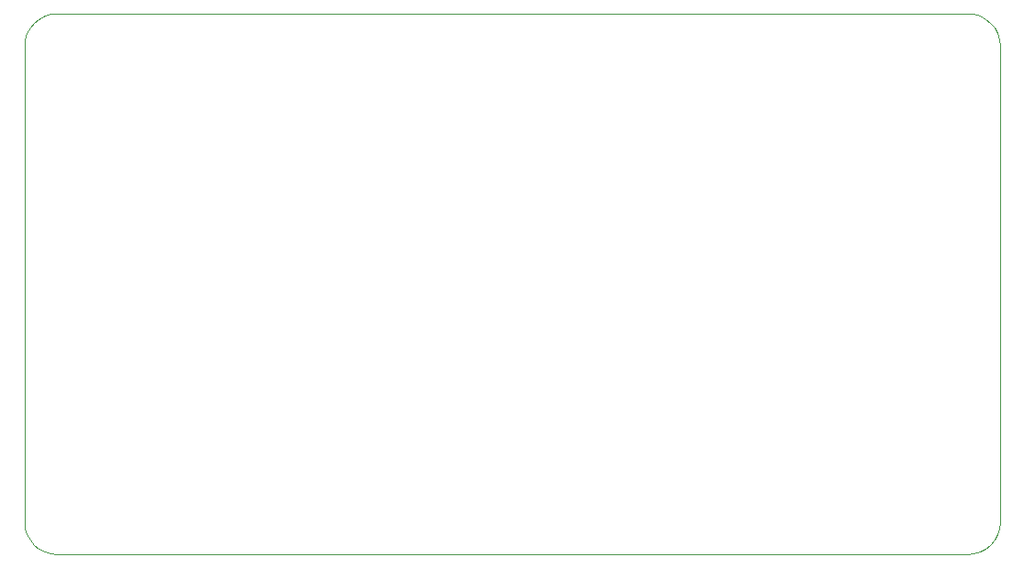
<source format=gko>
G04*
G04 #@! TF.GenerationSoftware,Altium Limited,Altium Designer,22.7.1 (60)*
G04*
G04 Layer_Color=16711935*
%FSLAX43Y43*%
%MOMM*%
G71*
G04*
G04 #@! TF.SameCoordinates,BA50D012-4F98-4CAA-8EAC-1F94F0521628*
G04*
G04*
G04 #@! TF.FilePolarity,Positive*
G04*
G01*
G75*
%ADD92C,0.010*%
D92*
X90038Y3019D02*
Y47019D01*
X89980Y2434D02*
X90038Y3019D01*
X89810Y1871D02*
X89980Y2434D01*
X89532Y1352D02*
X89810Y1871D01*
X89159Y898D02*
X89532Y1352D01*
X88705Y525D02*
X89159Y898D01*
X88186Y247D02*
X88705Y525D01*
X87623Y77D02*
X88186Y247D01*
X87038Y19D02*
X87623Y77D01*
X87038Y50019D02*
X87623Y49961D01*
X88186Y49791D01*
X88705Y49513D01*
X89159Y49140D01*
X89532Y48686D01*
X89810Y48167D01*
X89980Y47604D01*
X90038Y47019D01*
X38D02*
X96Y47604D01*
X266Y48167D01*
X544Y48686D01*
X917Y49140D01*
X1371Y49513D01*
X1890Y49791D01*
X2453Y49961D01*
X3038Y50019D01*
X87038D01*
X3038Y19D02*
X87038D01*
X2453Y77D02*
X3038Y19D01*
X1890Y247D02*
X2453Y77D01*
X1371Y525D02*
X1890Y247D01*
X917Y898D02*
X1371Y525D01*
X544Y1352D02*
X917Y898D01*
X266Y1871D02*
X544Y1352D01*
X96Y2434D02*
X266Y1871D01*
X38Y3019D02*
X96Y2434D01*
X38Y3019D02*
Y47019D01*
M02*

</source>
